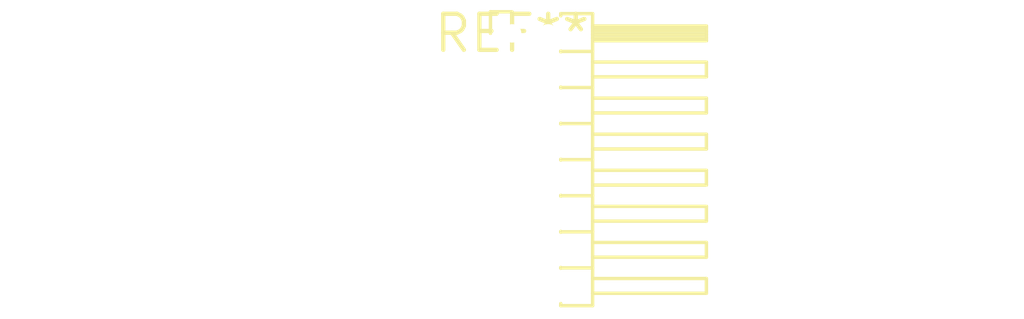
<source format=kicad_pcb>
(kicad_pcb (version 20240108) (generator pcbnew)
  (layers (0 "F.Cu" signal) (31 "B.Cu" signal) (34 "B.Paste" user) (35 "F.Paste" user) (36 "B.SilkS" user "B.Silkscreen") (37 "F.SilkS" user "F.Silkscreen") (38 "B.Mask" user) (39 "F.Mask" user) (44 "Edge.Cuts" user))
  (net 0 "")
  (footprint "PinHeader_2x08_P1.27mm_Horizontal" (layer "F.Cu") (at 0 0)
    (property "Reference" "REF**")
    (property "Value" "PinHeader_2x08_P1.27mm_Horizontal")
    (fp_line (start -0.76 -0.76) (end 0 -0.76) (layer "F.SilkS") (stroke (width 0.12)))
    (fp_line (start -0.76 0) (end -0.76 -0.76) (layer "F.SilkS") (stroke (width 0.12)))
    (fp_line (start 1.71 -0.695) (end 2.83 -0.695) (layer "F.SilkS") (stroke (width 0.12)))
    (fp_line (start 1.71 -0.619677) (end 1.71 -0.695) (layer "F.SilkS") (stroke (width 0.12)))
    (fp_line (start 1.71 0.619677) (end 1.71 0.650323) (layer "F.SilkS") (stroke (width 0.12)))
    (fp_line (start 1.71 0.635) (end 2.83 0.635) (layer "F.SilkS") (stroke (width 0.12)))
    (fp_line (start 1.71 1.889677) (end 1.71 1.920323) (layer "F.SilkS") (stroke (width 0.12)))
    (fp_line (start 1.71 1.905) (end 2.83 1.905) (layer "F.SilkS") (stroke (width 0.12)))
    (fp_line (start 1.71 3.159677) (end 1.71 3.190323) (layer "F.SilkS") (stroke (width 0.12)))
    (fp_line (start 1.71 3.175) (end 2.83 3.175) (layer "F.SilkS") (stroke (width 0.12)))
    (fp_line (start 1.71 4.429677) (end 1.71 4.460323) (layer "F.SilkS") (stroke (width 0.12)))
    (fp_line (start 1.71 4.445) (end 2.83 4.445) (layer "F.SilkS") (stroke (width 0.12)))
    (fp_line (start 1.71 5.699677) (end 1.71 5.730323) (layer "F.SilkS") (stroke (width 0.12)))
    (fp_line (start 1.71 5.715) (end 2.83 5.715) (layer "F.SilkS") (stroke (width 0.12)))
    (fp_line (start 1.71 6.969677) (end 1.71 7.000323) (layer "F.SilkS") (stroke (width 0.12)))
    (fp_line (start 1.71 6.985) (end 2.83 6.985) (layer "F.SilkS") (stroke (width 0.12)))
    (fp_line (start 1.71 8.239677) (end 1.71 8.270323) (layer "F.SilkS") (stroke (width 0.12)))
    (fp_line (start 1.71 8.255) (end 2.83 8.255) (layer "F.SilkS") (stroke (width 0.12)))
    (fp_line (start 1.71 9.585) (end 1.71 9.509677) (layer "F.SilkS") (stroke (width 0.12)))
    (fp_line (start 2.83 -0.695) (end 2.83 9.585) (layer "F.SilkS") (stroke (width 0.12)))
    (fp_line (start 2.83 -0.26) (end 6.83 -0.26) (layer "F.SilkS") (stroke (width 0.12)))
    (fp_line (start 2.83 -0.2) (end 6.83 -0.2) (layer "F.SilkS") (stroke (width 0.12)))
    (fp_line (start 2.83 -0.08) (end 6.83 -0.08) (layer "F.SilkS") (stroke (width 0.12)))
    (fp_line (start 2.83 0.04) (end 6.83 0.04) (layer "F.SilkS") (stroke (width 0.12)))
    (fp_line (start 2.83 0.16) (end 6.83 0.16) (layer "F.SilkS") (stroke (width 0.12)))
    (fp_line (start 2.83 1.01) (end 6.83 1.01) (layer "F.SilkS") (stroke (width 0.12)))
    (fp_line (start 2.83 2.28) (end 6.83 2.28) (layer "F.SilkS") (stroke (width 0.12)))
    (fp_line (start 2.83 3.55) (end 6.83 3.55) (layer "F.SilkS") (stroke (width 0.12)))
    (fp_line (start 2.83 4.82) (end 6.83 4.82) (layer "F.SilkS") (stroke (width 0.12)))
    (fp_line (start 2.83 6.09) (end 6.83 6.09) (layer "F.SilkS") (stroke (width 0.12)))
    (fp_line (start 2.83 7.36) (end 6.83 7.36) (layer "F.SilkS") (stroke (width 0.12)))
    (fp_line (start 2.83 8.63) (end 6.83 8.63) (layer "F.SilkS") (stroke (width 0.12)))
    (fp_line (start 2.83 9.585) (end 1.71 9.585) (layer "F.SilkS") (stroke (width 0.12)))
    (fp_line (start 6.83 -0.26) (end 6.83 0.26) (layer "F.SilkS") (stroke (width 0.12)))
    (fp_line (start 6.83 0.26) (end 2.83 0.26) (layer "F.SilkS") (stroke (width 0.12)))
    (fp_line (start 6.83 1.01) (end 6.83 1.53) (layer "F.SilkS") (stroke (width 0.12)))
    (fp_line (start 6.83 1.53) (end 2.83 1.53) (layer "F.SilkS") (stroke (width 0.12)))
    (fp_line (start 6.83 2.28) (end 6.83 2.8) (layer "F.SilkS") (stroke (width 0.12)))
    (fp_line (start 6.83 2.8) (end 2.83 2.8) (layer "F.SilkS") (stroke (width 0.12)))
    (fp_line (start 6.83 3.55) (end 6.83 4.07) (layer "F.SilkS") (stroke (width 0.12)))
    (fp_line (start 6.83 4.07) (end 2.83 4.07) (layer "F.SilkS") (stroke (width 0.12)))
    (fp_line (start 6.83 4.82) (end 6.83 5.34) (layer "F.SilkS") (stroke (width 0.12)))
    (fp_line (start 6.83 5.34) (end 2.83 5.34) (layer "F.SilkS") (stroke (width 0.12)))
    (fp_line (start 6.83 6.09) (end 6.83 6.61) (layer "F.SilkS") (stroke (width 0.12)))
    (fp_line (start 6.83 6.61) (end 2.83 6.61) (layer "F.SilkS") (stroke (width 0.12)))
    (fp_line (start 6.83 7.36) (end 6.83 7.88) (layer "F.SilkS") (stroke (width 0.12)))
    (fp_line (start 6.83 7.88) (end 2.83 7.88) (layer "F.SilkS") (stroke (width 0.12)))
    (fp_line (start 6.83 8.63) (end 6.83 9.15) (layer "F.SilkS") (stroke (width 0.12)))
    (fp_line (start 6.83 9.15) (end 2.83 9.15) (layer "F.SilkS") (stroke (width 0.12)))
    (pad "1" thru_hole rect (at 0 0) (size 1 1) (drill 0.65) (layers *.Cu *.Mask) (remove_unused_layers))
    (pad "2" thru_hole oval (at 1.27 0) (size 1 1) (drill 0.65) (layers *.Cu *.Mask) (remove_unused_layers))
    (pad "3" thru_hole oval (at 0 1.27) (size 1 1) (drill 0.65) (layers *.Cu *.Mask) (remove_unused_layers))
    (pad "4" thru_hole oval (at 1.27 1.27) (size 1 1) (drill 0.65) (layers *.Cu *.Mask) (remove_unused_layers))
    (pad "5" thru_hole oval (at 0 2.54) (size 1 1) (drill 0.65) (layers *.Cu *.Mask) (remove_unused_layers))
    (pad "6" thru_hole oval (at 1.27 2.54) (size 1 1) (drill 0.65) (layers *.Cu *.Mask) (remove_unused_layers))
    (pad "7" thru_hole oval (at 0 3.81) (size 1 1) (drill 0.65) (layers *.Cu *.Mask) (remove_unused_layers))
    (pad "8" thru_hole oval (at 1.27 3.81) (size 1 1) (drill 0.65) (layers *.Cu *.Mask) (remove_unused_layers))
    (pad "9" thru_hole oval (at 0 5.08) (size 1 1) (drill 0.65) (layers *.Cu *.Mask) (remove_unused_layers))
    (pad "10" thru_hole oval (at 1.27 5.08) (size 1 1) (drill 0.65) (layers *.Cu *.Mask) (remove_unused_layers))
    (pad "11" thru_hole oval (at 0 6.35) (size 1 1) (drill 0.65) (layers *.Cu *.Mask) (remove_unused_layers))
    (pad "12" thru_hole oval (at 1.27 6.35) (size 1 1) (drill 0.65) (layers *.Cu *.Mask) (remove_unused_layers))
    (pad "13" thru_hole oval (at 0 7.62) (size 1 1) (drill 0.65) (layers *.Cu *.Mask) (remove_unused_layers))
    (pad "14" thru_hole oval (at 1.27 7.62) (size 1 1) (drill 0.65) (layers *.Cu *.Mask) (remove_unused_layers))
    (pad "15" thru_hole oval (at 0 8.89) (size 1 1) (drill 0.65) (layers *.Cu *.Mask) (remove_unused_layers))
    (pad "16" thru_hole oval (at 1.27 8.89) (size 1 1) (drill 0.65) (layers *.Cu *.Mask) (remove_unused_layers))
  )
)
</source>
